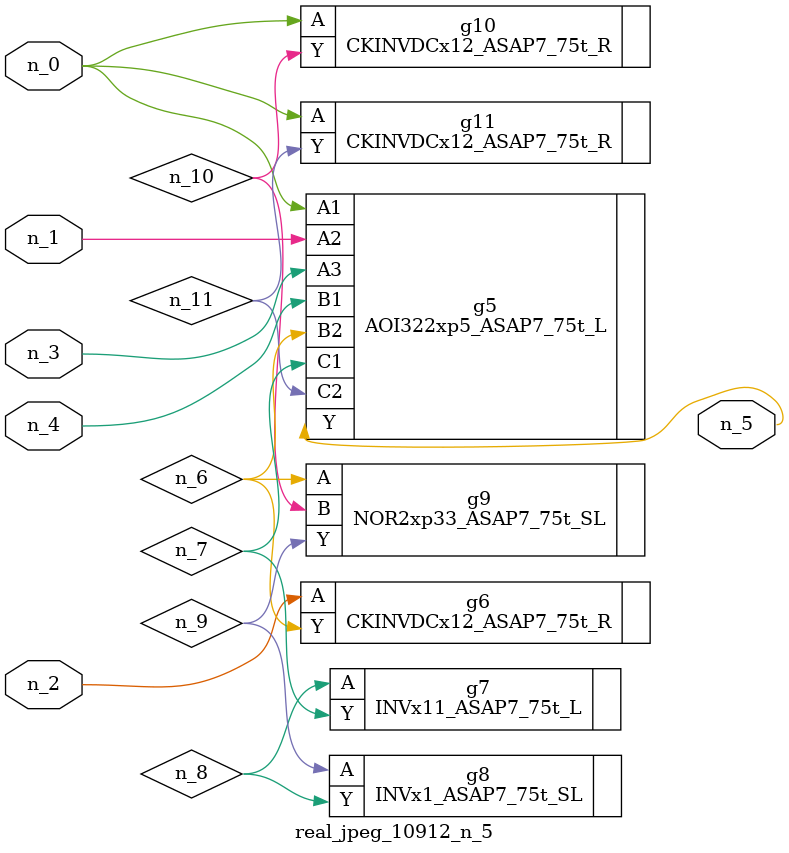
<source format=v>
module real_jpeg_10912_n_5 (n_4, n_0, n_1, n_2, n_3, n_5);

input n_4;
input n_0;
input n_1;
input n_2;
input n_3;

output n_5;

wire n_8;
wire n_11;
wire n_6;
wire n_7;
wire n_10;
wire n_9;

AOI322xp5_ASAP7_75t_L g5 ( 
.A1(n_0),
.A2(n_1),
.A3(n_3),
.B1(n_4),
.B2(n_6),
.C1(n_7),
.C2(n_11),
.Y(n_5)
);

CKINVDCx12_ASAP7_75t_R g10 ( 
.A(n_0),
.Y(n_10)
);

CKINVDCx12_ASAP7_75t_R g11 ( 
.A(n_0),
.Y(n_11)
);

CKINVDCx12_ASAP7_75t_R g6 ( 
.A(n_2),
.Y(n_6)
);

NOR2xp33_ASAP7_75t_SL g9 ( 
.A(n_6),
.B(n_10),
.Y(n_9)
);

INVx11_ASAP7_75t_L g7 ( 
.A(n_8),
.Y(n_7)
);

INVx1_ASAP7_75t_SL g8 ( 
.A(n_9),
.Y(n_8)
);


endmodule
</source>
